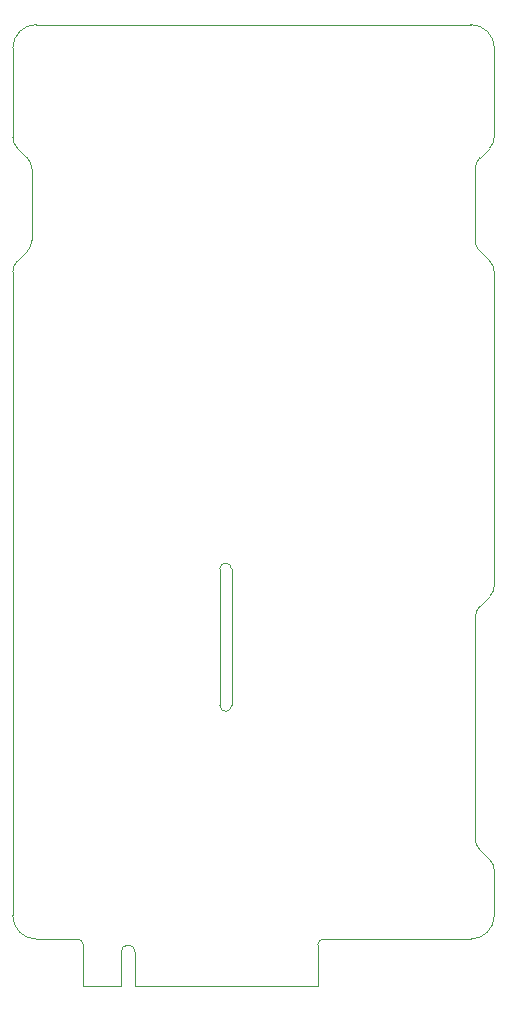
<source format=gko>
G04*
G04 #@! TF.GenerationSoftware,Altium Limited,Altium Designer,21.2.2 (38)*
G04*
G04 Layer_Color=16711935*
%FSLAX24Y24*%
%MOIN*%
G70*
G04*
G04 #@! TF.SameCoordinates,13F91C56-90A4-4746-9D45-15C4089C9FE9*
G04*
G04*
G04 #@! TF.FilePolarity,Positive*
G04*
G01*
G75*
%ADD14C,0.0039*%
%ADD19C,0.0040*%
%ADD112C,0.0039*%
D14*
X4085Y-1230D02*
G03*
X3613Y-1231I-236J12D01*
G01*
D19*
X6900Y7000D02*
G03*
X7294Y7000I197J0D01*
G01*
X4082Y-1220D02*
G03*
X3610Y-1220I-236J0D01*
G01*
X-2Y0D02*
G03*
X785Y-787I787J0D01*
G01*
X2350Y-984D02*
G03*
X2153Y-787I-197J0D01*
G01*
X10362D02*
G03*
X10165Y-984I0J-197D01*
G01*
X15418Y2553D02*
G03*
X15568Y2190I512J0D01*
G01*
X15266Y-788D02*
G03*
X16053Y-0I0J787D01*
G01*
X16050Y1500D02*
G03*
X15900Y1862I-512J0D01*
G01*
X7294Y11550D02*
G03*
X6900Y11550I-197J0D01*
G01*
X15568Y10303D02*
G03*
X15418Y9940I362J-362D01*
G01*
X15903Y10638D02*
G03*
X16053Y11000I-362J362D01*
G01*
X0Y25950D02*
G03*
X150Y25588I512J0D01*
G01*
X153Y21812D02*
G03*
X3Y21450I362J-362D01*
G01*
X787Y29697D02*
G03*
X-0Y28909I0J-787D01*
G01*
X635Y24890D02*
G03*
X485Y25252I-512J0D01*
G01*
X485Y22140D02*
G03*
X635Y22502I-362J362D01*
G01*
X15415D02*
G03*
X15565Y22140I512J0D01*
G01*
X15565Y25252D02*
G03*
X15415Y24890I362J-362D01*
G01*
X16055Y28907D02*
G03*
X15268Y29695I-787J0D01*
G01*
X16047Y21450D02*
G03*
X15897Y21812I-512J0D01*
G01*
X15900Y25588D02*
G03*
X16050Y25950I-362J362D01*
G01*
X2350Y-2362D02*
X3610D01*
Y-1233D01*
X4082Y-2362D02*
Y-1232D01*
X2350Y-2362D02*
Y-984D01*
X-0Y21450D02*
X0Y0D01*
X785Y-787D02*
X2153D01*
X4082Y-2362D02*
X10165D01*
Y-984D01*
X10362Y-787D02*
X10773D01*
X10773Y-787D01*
X15266Y-787D01*
X15418Y2553D02*
Y4940D01*
X15568Y2190D02*
X15900Y1862D01*
X16050Y3D02*
Y1500D01*
Y3D02*
X16053Y-0D01*
X6900Y7000D02*
Y11550D01*
X7294Y7000D02*
Y11550D01*
X15418Y4940D02*
Y7553D01*
Y9940D01*
X15568Y10303D02*
X15903Y10638D01*
X-0Y25950D02*
Y28909D01*
Y25950D02*
X0Y25950D01*
X150Y25588D02*
X485Y25252D01*
X153Y21812D02*
X485Y22140D01*
X635Y22502D02*
Y24890D01*
X787Y29696D02*
X15268Y29696D01*
X16053Y21450D02*
X16053Y16315D01*
X16053Y11000D01*
X15415Y22502D02*
Y24890D01*
X15565Y22140D02*
X15897Y21812D01*
X15565Y25252D02*
X15900Y25588D01*
X16050Y25950D02*
X16055Y25955D01*
Y28907D01*
D112*
X10365Y-786D02*
G03*
X10168Y-982I0J-197D01*
G01*
X2353D02*
G03*
X2156Y-786I-197J0D01*
G01*
X2353Y-2360D02*
X3613D01*
X2353D02*
Y-982D01*
X3613Y-2360D02*
Y-1231D01*
X4085Y-2360D02*
Y-1230D01*
Y-2360D02*
X10168D01*
Y-982D01*
M02*

</source>
